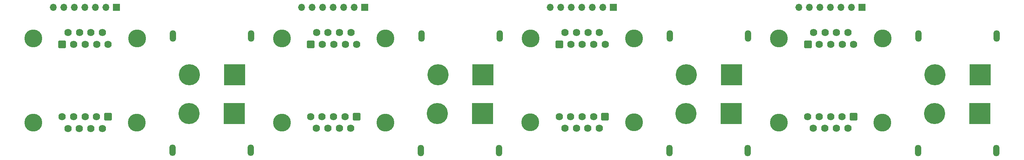
<source format=gbr>
%TF.GenerationSoftware,KiCad,Pcbnew,(6.0.7)*%
%TF.CreationDate,2024-02-08T01:47:39+01:00*%
%TF.ProjectId,RACK_CONNECTOR,5241434b-5f43-44f4-9e4e-4543544f522e,rev?*%
%TF.SameCoordinates,Original*%
%TF.FileFunction,Soldermask,Bot*%
%TF.FilePolarity,Negative*%
%FSLAX46Y46*%
G04 Gerber Fmt 4.6, Leading zero omitted, Abs format (unit mm)*
G04 Created by KiCad (PCBNEW (6.0.7)) date 2024-02-08 01:47:39*
%MOMM*%
%LPD*%
G01*
G04 APERTURE LIST*
G04 Aperture macros list*
%AMRoundRect*
0 Rectangle with rounded corners*
0 $1 Rounding radius*
0 $2 $3 $4 $5 $6 $7 $8 $9 X,Y pos of 4 corners*
0 Add a 4 corners polygon primitive as box body*
4,1,4,$2,$3,$4,$5,$6,$7,$8,$9,$2,$3,0*
0 Add four circle primitives for the rounded corners*
1,1,$1+$1,$2,$3*
1,1,$1+$1,$4,$5*
1,1,$1+$1,$6,$7*
1,1,$1+$1,$8,$9*
0 Add four rect primitives between the rounded corners*
20,1,$1+$1,$2,$3,$4,$5,0*
20,1,$1+$1,$4,$5,$6,$7,0*
20,1,$1+$1,$6,$7,$8,$9,0*
20,1,$1+$1,$8,$9,$2,$3,0*%
G04 Aperture macros list end*
%ADD10RoundRect,0.102000X0.787500X0.787500X-0.787500X0.787500X-0.787500X-0.787500X0.787500X-0.787500X0*%
%ADD11C,1.779000*%
%ADD12C,4.320000*%
%ADD13C,5.120000*%
%ADD14RoundRect,0.102000X-2.458000X-2.458000X2.458000X-2.458000X2.458000X2.458000X-2.458000X2.458000X0*%
%ADD15O,1.504000X2.804000*%
%ADD16RoundRect,0.102000X-0.787500X-0.787500X0.787500X-0.787500X0.787500X0.787500X-0.787500X0.787500X0*%
%ADD17R,1.700000X1.700000*%
%ADD18O,1.700000X1.700000*%
%ADD19RoundRect,0.102000X2.458000X2.458000X-2.458000X2.458000X-2.458000X-2.458000X2.458000X-2.458000X0*%
G04 APERTURE END LIST*
D10*
%TO.C,J11*%
X93360000Y-55190000D03*
D11*
X96130000Y-55190000D03*
X98900000Y-55190000D03*
X101670000Y-55190000D03*
X104440000Y-55190000D03*
X94745000Y-52350000D03*
X97515000Y-52350000D03*
X100285000Y-52350000D03*
X103055000Y-52350000D03*
D12*
X111395000Y-53770000D03*
X86405000Y-53770000D03*
%TD*%
D10*
%TO.C,J9*%
X213350000Y-55200000D03*
D11*
X216120000Y-55200000D03*
X218890000Y-55200000D03*
X221660000Y-55200000D03*
X224430000Y-55200000D03*
X214735000Y-52360000D03*
X217505000Y-52360000D03*
X220275000Y-52360000D03*
X223045000Y-52360000D03*
D12*
X231385000Y-53780000D03*
X206395000Y-53780000D03*
%TD*%
D13*
%TO.C,J14*%
X243940000Y-72000000D03*
D14*
X254840000Y-72000000D03*
D15*
X258840000Y-80900000D03*
X239940000Y-80900000D03*
%TD*%
D13*
%TO.C,J15*%
X123930000Y-72000000D03*
D14*
X134830000Y-72000000D03*
D15*
X138830000Y-80900000D03*
X119930000Y-80900000D03*
%TD*%
D16*
%TO.C,J19*%
X104385000Y-72710000D03*
D11*
X101615000Y-72710000D03*
X98845000Y-72710000D03*
X96075000Y-72710000D03*
X93305000Y-72710000D03*
X103000000Y-75550000D03*
X100230000Y-75550000D03*
X97460000Y-75550000D03*
X94690000Y-75550000D03*
D12*
X86350000Y-74130000D03*
X111340000Y-74130000D03*
%TD*%
D17*
%TO.C,J6*%
X166410000Y-46230000D03*
D18*
X163870000Y-46230000D03*
X161330000Y-46230000D03*
X158790000Y-46230000D03*
X156250000Y-46230000D03*
X153710000Y-46230000D03*
X151170000Y-46230000D03*
%TD*%
D13*
%TO.C,J16*%
X63940000Y-71990000D03*
D14*
X74840000Y-71990000D03*
D15*
X78840000Y-80890000D03*
X59940000Y-80890000D03*
%TD*%
D13*
%TO.C,J4*%
X64040000Y-62540000D03*
D19*
X74940000Y-62540000D03*
D15*
X78940000Y-53140000D03*
X60040000Y-53140000D03*
%TD*%
D16*
%TO.C,J20*%
X44395000Y-72740000D03*
D11*
X41625000Y-72740000D03*
X38855000Y-72740000D03*
X36085000Y-72740000D03*
X33315000Y-72740000D03*
X43010000Y-75580000D03*
X40240000Y-75580000D03*
X37470000Y-75580000D03*
X34700000Y-75580000D03*
D12*
X26360000Y-74160000D03*
X51350000Y-74160000D03*
%TD*%
D16*
%TO.C,J18*%
X164395000Y-72700000D03*
D11*
X161625000Y-72700000D03*
X158855000Y-72700000D03*
X156085000Y-72700000D03*
X153315000Y-72700000D03*
X163010000Y-75540000D03*
X160240000Y-75540000D03*
X157470000Y-75540000D03*
X154700000Y-75540000D03*
D12*
X146360000Y-74120000D03*
X171350000Y-74120000D03*
%TD*%
D17*
%TO.C,J7*%
X106390000Y-46225000D03*
D18*
X103850000Y-46225000D03*
X101310000Y-46225000D03*
X98770000Y-46225000D03*
X96230000Y-46225000D03*
X93690000Y-46225000D03*
X91150000Y-46225000D03*
%TD*%
D16*
%TO.C,J17*%
X224385000Y-72710000D03*
D11*
X221615000Y-72710000D03*
X218845000Y-72710000D03*
X216075000Y-72710000D03*
X213305000Y-72710000D03*
X223000000Y-75550000D03*
X220230000Y-75550000D03*
X217460000Y-75550000D03*
X214690000Y-75550000D03*
D12*
X206350000Y-74130000D03*
X231340000Y-74130000D03*
%TD*%
D13*
%TO.C,J1*%
X184040000Y-62540000D03*
D19*
X194940000Y-62540000D03*
D15*
X198940000Y-53140000D03*
X180040000Y-53140000D03*
%TD*%
D13*
%TO.C,J3*%
X124040000Y-62540000D03*
D19*
X134940000Y-62540000D03*
D15*
X138940000Y-53140000D03*
X120040000Y-53140000D03*
%TD*%
D10*
%TO.C,J10*%
X153350000Y-55190000D03*
D11*
X156120000Y-55190000D03*
X158890000Y-55190000D03*
X161660000Y-55190000D03*
X164430000Y-55190000D03*
X154735000Y-52350000D03*
X157505000Y-52350000D03*
X160275000Y-52350000D03*
X163045000Y-52350000D03*
D12*
X171385000Y-53770000D03*
X146395000Y-53770000D03*
%TD*%
D10*
%TO.C,J12*%
X33340000Y-55160000D03*
D11*
X36110000Y-55160000D03*
X38880000Y-55160000D03*
X41650000Y-55160000D03*
X44420000Y-55160000D03*
X34725000Y-52320000D03*
X37495000Y-52320000D03*
X40265000Y-52320000D03*
X43035000Y-52320000D03*
D12*
X51375000Y-53740000D03*
X26385000Y-53740000D03*
%TD*%
D13*
%TO.C,J2*%
X244050000Y-62530000D03*
D19*
X254950000Y-62530000D03*
D15*
X258950000Y-53130000D03*
X240050000Y-53130000D03*
%TD*%
D17*
%TO.C,J8*%
X46410000Y-46220000D03*
D18*
X43870000Y-46220000D03*
X41330000Y-46220000D03*
X38790000Y-46220000D03*
X36250000Y-46220000D03*
X33710000Y-46220000D03*
X31170000Y-46220000D03*
%TD*%
D17*
%TO.C,J5*%
X226400000Y-46230000D03*
D18*
X223860000Y-46230000D03*
X221320000Y-46230000D03*
X218780000Y-46230000D03*
X216240000Y-46230000D03*
X213700000Y-46230000D03*
X211160000Y-46230000D03*
%TD*%
D13*
%TO.C,J13*%
X183930000Y-72000000D03*
D14*
X194830000Y-72000000D03*
D15*
X198830000Y-80900000D03*
X179930000Y-80900000D03*
%TD*%
M02*

</source>
